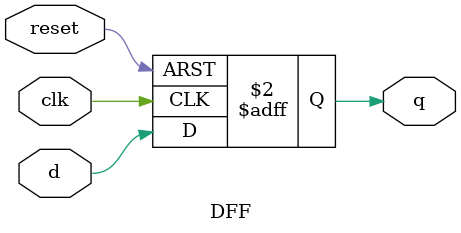
<source format=v>
module DFF(
    input  clk,
    input  reset,
    input  d,
    output reg q
);
    always @(posedge clk or posedge reset) begin
        if (reset) q <= 1'b0;
        else        q <= d;
    end
endmodule
</source>
